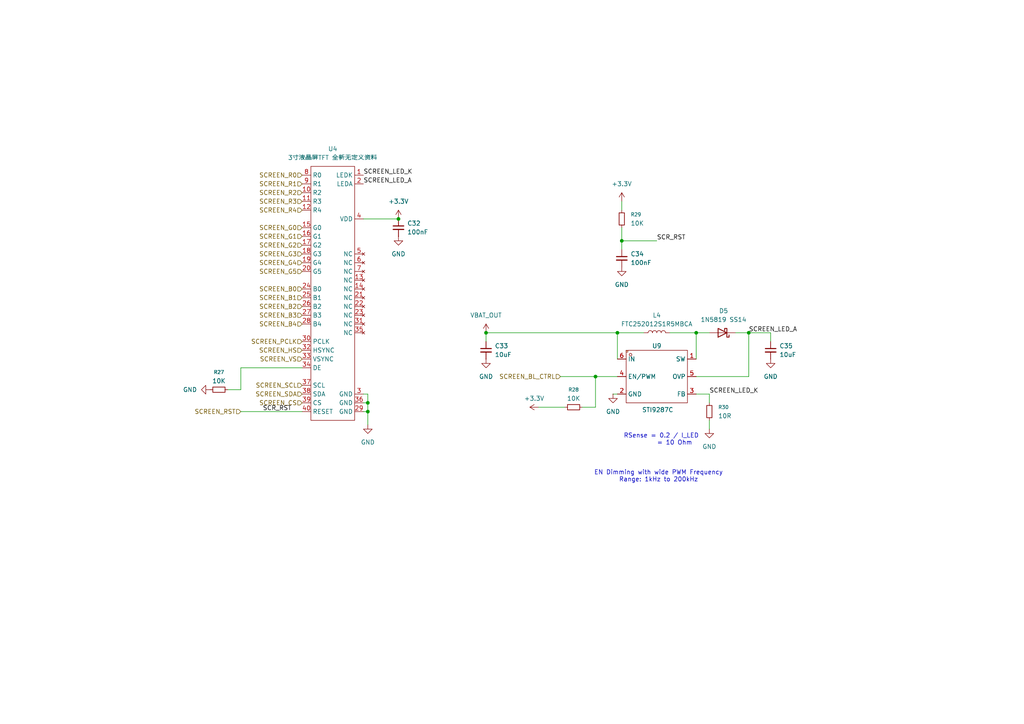
<source format=kicad_sch>
(kicad_sch (version 20250114) (generator "eeschema") (generator_version "9.0")
  (paper "A4")
  (title_block (title "明日方舟电子通行证") (date "2025-11-19") (rev "V0.2") (company "Shirogane Tsumugi"))
  (lib_symbols
    (symbol "Device:C_Small" (pin_numbers (hide yes)) (pin_names (offset 0.254) (hide yes))
      (property "Reference" "C" (at 0.254 1.778 0))
      (property "Value" "C_Small" (at 0.254 -2.032 0))
      (symbol "C_Small_0_1"
        (polyline (pts (xy -1.524 0.508) (xy 1.524 0.508)) (stroke (width 0.3048)))
        (polyline (pts (xy -1.524 -0.508) (xy 1.524 -0.508)) (stroke (width 0.3302)))
      )
      (symbol "C_Small_1_1"
        (pin passive line (at 0 2.54 270) (length 2.032) (name "~") (number "1"))
        (pin passive line (at 0 -2.54 90) (length 2.032) (name "~") (number "2"))
      )
    )
    (symbol "Device:L" (pin_numbers (hide yes)) (pin_names (offset 1.016) (hide yes))
      (property "Reference" "L" (at -1.27 0 90))
      (property "Value" "L" (at 1.905 0 90))
      (symbol "L_0_1"
        (arc (start 0 2.54) (mid 0.6323 1.905) (end 0 1.27))
        (arc (start 0 1.27) (mid 0.6323 0.635) (end 0 0))
        (arc (start 0 0) (mid 0.6323 -0.635) (end 0 -1.27))
        (arc (start 0 -1.27) (mid 0.6323 -1.905) (end 0 -2.54))
      )
      (symbol "L_1_1"
        (pin passive line (at 0 3.81 270) (length 1.27) (name "1") (number "1"))
        (pin passive line (at 0 -3.81 90) (length 1.27) (name "2") (number "2"))
      )
    )
    (symbol "Device:R_Small" (pin_numbers (hide yes)) (pin_names (offset 0.254) (hide yes))
      (property "Reference" "R" (at 0 0 90))
      (property "Value" "R_Small" (at 1.778 0 90))
      (symbol "R_Small_0_1"
        (rectangle (start -0.762 1.778) (end 0.762 -1.778) (stroke (width 0.2032)))
      )
      (symbol "R_Small_1_1"
        (pin passive line (at 0 2.54 270) (length 0.762) (name "~") (number "1"))
        (pin passive line (at 0 -2.54 90) (length 0.762) (name "~") (number "2"))
      )
    )
    (symbol "Diode:1N5819WS" (pin_numbers (hide yes)) (pin_names (offset 1.016) (hide yes))
      (property "Reference" "D" (at 0 2.54 0))
      (property "Value" "1N5819WS" (at 0 -2.54 0))
      (symbol "1N5819WS_0_1"
        (polyline (pts (xy -1.905 0.635) (xy -1.905 1.27) (xy -1.27 1.27) (xy -1.27 -1.27) (xy -0.635 -1.27) (xy -0.635 -0.635)) (stroke (width 0.254)))
        (polyline (pts (xy 1.27 1.27) (xy 1.27 -1.27) (xy -1.27 0) (xy 1.27 1.27)) (stroke (width 0.254)))
        (polyline (pts (xy 1.27 0) (xy -1.27 0)))
      )
      (symbol "1N5819WS_1_1"
        (pin passive line (at -3.81 0 0) (length 2.54) (name "K") (number "1"))
        (pin passive line (at 3.81 0 180) (length 2.54) (name "A") (number "2"))
      )
    )
    (symbol "EasyEDA:STI9287C"
      (property "Reference" "U" (at -8.382 10.16 0))
      (property "Value" "STI9287C" (at 0 -7.366 0))
      (symbol "STI9287C_0_1"
        (rectangle (start -8.89 8.89) (end -8.38 8.38) (fill (type background)))
        (rectangle (start -8.89 8.89) (end 8.89 -6.35))
        (circle (center -7.62 7.62) (radius 0.38))
        (pin unspecified line (at -11.43 6.35 0) (length 2.54) (name "IN") (number "6"))
        (pin unspecified line (at -11.43 1.27 0) (length 2.54) (name "EN/PWM") (number "4"))
        (pin unspecified line (at -11.43 -3.81 0) (length 2.54) (name "GND") (number "2"))
        (pin unspecified line (at 11.43 6.35 180) (length 2.54) (name "SW") (number "1"))
        (pin unspecified line (at 11.43 1.27 180) (length 2.54) (name "OVP") (number "5"))
        (pin unspecified line (at 11.43 -3.81 180) (length 2.54) (name "FB") (number "3"))
      )
    )
    (symbol "power:+3.3V" (power) (pin_numbers (hide yes)) (pin_names (offset 0) (hide yes))
      (property "Value" "+3.3V" (at 0 3.556 0))
      (symbol "+3.3V_0_1"
        (polyline (pts (xy -0.762 1.27) (xy 0 2.54)))
        (polyline (pts (xy 0 2.54) (xy 0.762 1.27)))
        (polyline (pts (xy 0 0) (xy 0 2.54)))
      )
      (symbol "+3.3V_1_1"
        (pin power_in line (at 0 0 90) (length 0) (name "~") (number "1"))
      )
    )
    (symbol "power:GND" (power) (pin_numbers (hide yes)) (pin_names (offset 0) (hide yes))
      (property "Value" "GND" (at 0 -3.81 0))
      (symbol "GND_0_1"
        (polyline (pts (xy 0 0) (xy 0 -1.27) (xy 1.27 -1.27) (xy 0 -2.54) (xy -1.27 -1.27) (xy 0 -1.27)))
      )
      (symbol "GND_1_1"
        (pin power_in line (at 0 0 270) (length 0) (name "~") (number "1"))
      )
    )
    (symbol "power:VBUS" (power) (pin_numbers (hide yes)) (pin_names (offset 0) (hide yes))
      (property "Value" "VBUS" (at 0 3.556 0))
      (symbol "VBUS_0_1"
        (polyline (pts (xy -0.762 1.27) (xy 0 2.54)))
        (polyline (pts (xy 0 2.54) (xy 0.762 1.27)))
        (polyline (pts (xy 0 0) (xy 0 2.54)))
      )
      (symbol "VBUS_1_1"
        (pin power_in line (at 0 0 90) (length 0) (name "~") (number "1"))
      )
    )
    (symbol "shirogane:IPS_3inch_ST7701s"
      (property "Reference" "U" (at -5.588 33.02 0))
      (property "Value" "3寸液晶屏TFT 全新无定义资料" (at 0.254 -44.45 0))
      (symbol "IPS_3inch_ST7701s_0_1"
        (rectangle (start -6.35 31.75) (end 6.35 -41.91))
      )
      (symbol "IPS_3inch_ST7701s_1_1"
        (pin input line (at -8.89 29.21 0) (length 2.54) (name "R0") (number "8"))
        (pin input line (at -8.89 26.67 0) (length 2.54) (name "R1") (number "9"))
        (pin input line (at -8.89 24.13 0) (length 2.54) (name "R2") (number "10"))
        (pin input line (at -8.89 21.59 0) (length 2.54) (name "R3") (number "11"))
        (pin input line (at -8.89 19.05 0) (length 2.54) (name "R4") (number "12"))
        (pin input line (at -8.89 13.97 0) (length 2.54) (name "G0") (number "15"))
        (pin input line (at -8.89 11.43 0) (length 2.54) (name "G1") (number "16"))
        (pin input line (at -8.89 8.89 0) (length 2.54) (name "G2") (number "17"))
        (pin input line (at -8.89 6.35 0) (length 2.54) (name "G3") (number "18"))
        (pin input line (at -8.89 3.81 0) (length 2.54) (name "G4") (number "19"))
        (pin input line (at -8.89 1.27 0) (length 2.54) (name "G5") (number "20"))
        (pin input line (at -8.89 -3.81 0) (length 2.54) (name "B0") (number "24"))
        (pin input line (at -8.89 -6.35 0) (length 2.54) (name "B1") (number "25"))
        (pin input line (at -8.89 -8.89 0) (length 2.54) (name "B2") (number "26"))
        (pin input line (at -8.89 -11.43 0) (length 2.54) (name "B3") (number "27"))
        (pin input line (at -8.89 -13.97 0) (length 2.54) (name "B4") (number "28"))
        (pin input line (at -8.89 -19.05 0) (length 2.54) (name "PCLK") (number "30"))
        (pin input line (at -8.89 -21.59 0) (length 2.54) (name "HSYNC") (number "32"))
        (pin input line (at -8.89 -24.13 0) (length 2.54) (name "VSYNC") (number "33"))
        (pin input line (at -8.89 -26.67 0) (length 2.54) (name "DE") (number "34"))
        (pin input line (at -8.89 -31.75 0) (length 2.54) (name "SCL") (number "37"))
        (pin input line (at -8.89 -34.29 0) (length 2.54) (name "SDA") (number "38"))
        (pin input line (at -8.89 -36.83 0) (length 2.54) (name "CS") (number "39"))
        (pin input line (at -8.89 -39.37 0) (length 2.54) (name "RESET") (number "40"))
        (pin input line (at 8.89 29.21 180) (length 2.54) (name "LEDK") (number "1"))
        (pin input line (at 8.89 26.67 180) (length 2.54) (name "LEDA") (number "2"))
        (pin power_in line (at 8.89 16.51 180) (length 2.54) (name "VDD") (number "4"))
        (pin no_connect line (at 8.89 6.35 180) (length 2.54) (name "NC") (number "5"))
        (pin no_connect line (at 8.89 3.81 180) (length 2.54) (name "NC") (number "6"))
        (pin no_connect line (at 8.89 1.27 180) (length 2.54) (name "NC") (number "7"))
        (pin no_connect line (at 8.89 -1.27 180) (length 2.54) (name "NC") (number "13"))
        (pin no_connect line (at 8.89 -3.81 180) (length 2.54) (name "NC") (number "14"))
        (pin no_connect line (at 8.89 -6.35 180) (length 2.54) (name "NC") (number "21"))
        (pin no_connect line (at 8.89 -8.89 180) (length 2.54) (name "NC") (number "22"))
        (pin no_connect line (at 8.89 -11.43 180) (length 2.54) (name "NC") (number "23"))
        (pin no_connect line (at 8.89 -13.97 180) (length 2.54) (name "NC") (number "31"))
        (pin no_connect line (at 8.89 -16.51 180) (length 2.54) (name "NC") (number "35"))
        (pin power_in line (at 8.89 -34.29 180) (length 2.54) (name "GND") (number "3"))
        (pin power_in line (at 8.89 -36.83 180) (length 2.54) (name "GND") (number "36"))
        (pin power_in line (at 8.89 -39.37 180) (length 2.54) (name "GND") (number "29"))
      )
    )
  )
  (text "RSense = 0.2 / I_LED \n       = 10 Ohm" (at 192.278 127.508 0) (effects (font (size 1.27 1.27))))
  (text "EN Dimming with wide PWM Frequency\nRange: 1kHz to 200kHz\n" (at 191.008 138.176 0) (effects (font (size 1.27 1.27))))
  (junction (at 201.93 96.52))
  (junction (at 106.68 116.84))
  (junction (at 140.97 96.52))
  (junction (at 172.72 109.22))
  (junction (at 179.07 96.52))
  (junction (at 180.34 69.85))
  (junction (at 217.17 96.52))
  (junction (at 106.68 119.38))
  (junction (at 115.57 63.5))
  (wire (pts (xy 106.68 119.38) (xy 106.68 123.19)))
  (wire (pts (xy 105.41 114.3) (xy 106.68 114.3)))
  (wire (pts (xy 105.41 119.38) (xy 106.68 119.38)))
  (wire (pts (xy 106.68 114.3) (xy 106.68 116.84)))
  (wire (pts (xy 168.91 118.11) (xy 172.72 118.11)))
  (wire (pts (xy 180.34 58.42) (xy 180.34 60.96)))
  (wire (pts (xy 217.17 96.52) (xy 223.52 96.52)))
  (wire (pts (xy 162.56 109.22) (xy 172.72 109.22)))
  (wire (pts (xy 179.07 104.14) (xy 179.07 96.52)))
  (wire (pts (xy 201.93 109.22) (xy 217.17 109.22)))
  (wire (pts (xy 201.93 96.52) (xy 201.93 104.14)))
  (wire (pts (xy 156.21 118.11) (xy 163.83 118.11)))
  (wire (pts (xy 105.41 116.84) (xy 106.68 116.84)))
  (wire (pts (xy 201.93 114.3) (xy 205.74 114.3)))
  (wire (pts (xy 69.85 106.68) (xy 87.63 106.68)))
  (wire (pts (xy 205.74 114.3) (xy 205.74 116.84)))
  (wire (pts (xy 172.72 109.22) (xy 179.07 109.22)))
  (wire (pts (xy 179.07 96.52) (xy 186.69 96.52)))
  (wire (pts (xy 194.31 96.52) (xy 201.93 96.52)))
  (wire (pts (xy 69.85 119.38) (xy 87.63 119.38)))
  (wire (pts (xy 180.34 66.04) (xy 180.34 69.85)))
  (wire (pts (xy 140.97 99.06) (xy 140.97 96.52)))
  (wire (pts (xy 205.74 124.46) (xy 205.74 121.92)))
  (wire (pts (xy 205.74 96.52) (xy 201.93 96.52)))
  (wire (pts (xy 179.07 114.3) (xy 177.8 114.3)))
  (wire (pts (xy 66.04 113.03) (xy 69.85 113.03)))
  (wire (pts (xy 172.72 118.11) (xy 172.72 109.22)))
  (wire (pts (xy 140.97 96.52) (xy 179.07 96.52)))
  (wire (pts (xy 105.41 63.5) (xy 115.57 63.5)))
  (wire (pts (xy 106.68 116.84) (xy 106.68 119.38)))
  (wire (pts (xy 69.85 113.03) (xy 69.85 106.68)))
  (wire (pts (xy 180.34 69.85) (xy 190.5 69.85)))
  (wire (pts (xy 213.36 96.52) (xy 217.17 96.52)))
  (wire (pts (xy 180.34 72.39) (xy 180.34 69.85)))
  (wire (pts (xy 223.52 99.06) (xy 223.52 96.52)))
  (wire (pts (xy 217.17 109.22) (xy 217.17 96.52)))
  (label "SCREEN_LED_A" (at 217.17 96.52 0))
  (label "SCREEN_LED_K" (at 105.41 50.8 0))
  (label "SCREEN_LED_K" (at 205.74 114.3 0))
  (label "SCR_RST" (at 190.5 69.85 0))
  (label "SCREEN_LED_A" (at 105.41 53.34 0))
  (label "SCR_RST" (at 76.2 119.38 0))
  (hierarchical_label "SCREEN_G4" (shape input) (at 87.63 76.2 180))
  (hierarchical_label "SCREEN_HS" (shape input) (at 87.63 101.6 180))
  (hierarchical_label "SCREEN_R2" (shape input) (at 87.63 55.88 180))
  (hierarchical_label "SCREEN_SCL" (shape input) (at 87.63 111.76 180))
  (hierarchical_label "SCREEN_G2" (shape input) (at 87.63 71.12 180))
  (hierarchical_label "SCREEN_R3" (shape input) (at 87.63 58.42 180))
  (hierarchical_label "SCREEN_G5" (shape input) (at 87.63 78.74 180))
  (hierarchical_label "SCREEN_B3" (shape input) (at 87.63 91.44 180))
  (hierarchical_label "SCREEN_G0" (shape input) (at 87.63 66.04 180))
  (hierarchical_label "SCREEN_B0" (shape input) (at 87.63 83.82 180))
  (hierarchical_label "SCREEN_BL_CTRL" (shape input) (at 162.56 109.22 180))
  (hierarchical_label "SCREEN_VS" (shape input) (at 87.63 104.14 180))
  (hierarchical_label "SCREEN_B1" (shape input) (at 87.63 86.36 180))
  (hierarchical_label "SCREEN_G3" (shape input) (at 87.63 73.66 180))
  (hierarchical_label "SCREEN_B2" (shape input) (at 87.63 88.9 180))
  (hierarchical_label "SCREEN_PCLK" (shape input) (at 87.63 99.06 180))
  (hierarchical_label "SCREEN_G1" (shape input) (at 87.63 68.58 180))
  (hierarchical_label "SCREEN_SDA" (shape input) (at 87.63 114.3 180))
  (hierarchical_label "SCREEN_R4" (shape input) (at 87.63 60.96 180))
  (hierarchical_label "SCREEN_R1" (shape input) (at 87.63 53.34 180))
  (hierarchical_label "SCREEN_R0" (shape input) (at 87.63 50.8 180))
  (hierarchical_label "SCREEN_CS" (shape input) (at 87.63 116.84 180))
  (hierarchical_label "SCREEN_RST" (shape input) (at 69.85 119.38 180))
  (hierarchical_label "SCREEN_B4" (shape input) (at 87.63 93.98 180))
  (symbol (lib_id "shirogane:IPS_3inch_ST7701s") (at 96.52 80.01 0) (unit 1)
    (property "Reference" "U4" (at 96.52 43.18 0))
    (property "Value" "3寸液晶屏TFT 全新无定义资料" (at 96.52 45.72 0))
    (property "Footprint" "Connector_FFC-FPC:Hirose_FH12-40S-0.5SH_1x40-1MP_P0.50mm_Horizontal" (effects (hide yes)))
    (property "Datasheet" "https://item.taobao.com/item.htm?id=830357743650&mi_id=0000NJCwj5rlUX08R_rzgilClRwCzvEQRMIBGfdxMhGLjTg&spm=tbpc.boughtlist.suborder_itemtitle.1.4d1d2e8dkcNg8T" (effects (hide yes)))
    (property "Description" "3寸液晶屏TFT 全新无定义资料" (effects (hide yes)))
  )
  (symbol (lib_id "power:+3.3V") (at 180.34 58.42 0) (unit 1)
    (property "Reference" "#PWR084" (effects (hide yes)))
    (property "Value" "+3.3V" (at 180.34 53.34 0))
    (property "Description" "Power symbol creates a global label with name \"+3.3V\"" (effects (hide yes)))
  )
  (symbol (lib_id "Device:C_Small") (at 223.52 101.6 0) (unit 1)
    (property "Reference" "C35" (at 226.06 100.3362 0) (effects (justify left)))
    (property "Value" "10uF" (at 226.06 102.8762 0) (effects (justify left)))
    (property "Footprint" "Capacitor_SMD:C_0603_1608Metric" (effects (hide yes)))
    (property "Description" "Unpolarized capacitor, small symbol" (effects (hide yes)))
  )
  (symbol (lib_id "Device:C_Small") (at 115.57 66.04 0) (unit 1)
    (property "Reference" "C32" (at 118.11 64.7762 0) (effects (justify left)))
    (property "Value" "100nF" (at 118.11 67.3162 0) (effects (justify left)))
    (property "Footprint" "Capacitor_SMD:C_0603_1608Metric" (effects (hide yes)))
    (property "Description" "Unpolarized capacitor, small symbol" (effects (hide yes)))
  )
  (symbol (lib_id "power:VBUS") (at 140.97 96.52 0) (unit 1)
    (property "Reference" "#PWR0137" (effects (hide yes)))
    (property "Value" "VBAT_OUT" (at 140.97 91.44 0))
    (property "Description" "Power symbol creates a global label with name \"VBUS\"" (effects (hide yes)))
  )
  (symbol (lib_id "power:GND") (at 205.74 124.46 0) (unit 1)
    (property "Reference" "#PWR086" (effects (hide yes)))
    (property "Value" "GND" (at 205.74 129.54 0))
    (property "Description" "Power symbol creates a global label with name \"GND\" , ground" (effects (hide yes)))
  )
  (symbol (lib_id "power:GND") (at 106.68 123.19 0) (unit 1)
    (property "Reference" "#PWR078" (effects (hide yes)))
    (property "Value" "GND" (at 106.68 128.27 0))
    (property "Description" "Power symbol creates a global label with name \"GND\" , ground" (effects (hide yes)))
  )
  (symbol (lib_id "Diode:1N5819WS") (at 209.55 96.52 180) (unit 1)
    (property "Reference" "D5" (at 209.8675 90.17 0))
    (property "Value" "1N5819 SS14" (at 209.8675 92.71 0))
    (property "Footprint" "Diode_SMD:D_SOD-323" (effects (hide yes)))
    (property "Datasheet" "https://datasheet.lcsc.com/lcsc/2204281430_Guangdong-Hottech-1N5819WS_C191023.pdf" (effects (hide yes)))
    (property "Description" "40V 600mV@1A 1A SOD-323 Schottky Barrier Diodes, SOD-323" (effects (hide yes)))
  )
  (symbol (lib_id "Device:R_Small") (at 205.74 119.38 180) (unit 1)
    (property "Reference" "R30" (at 208.28 118.1099 0) (effects (font (size 1.016 1.016)) (justify right)))
    (property "Value" "10R" (at 208.28 120.6499 0) (effects (justify right)))
    (property "Footprint" "Resistor_SMD:R_0603_1608Metric" (effects (hide yes)))
    (property "Description" "Resistor, small symbol" (effects (hide yes)))
  )
  (symbol (lib_id "power:GND") (at 115.57 68.58 0) (unit 1)
    (property "Reference" "#PWR080" (effects (hide yes)))
    (property "Value" "GND" (at 115.57 73.66 0))
    (property "Description" "Power symbol creates a global label with name \"GND\" , ground" (effects (hide yes)))
  )
  (symbol (lib_id "Device:R_Small") (at 180.34 63.5 180) (unit 1)
    (property "Reference" "R29" (at 182.88 62.2299 0) (effects (font (size 1.016 1.016)) (justify right)))
    (property "Value" "10K" (at 182.88 64.7699 0) (effects (justify right)))
    (property "Footprint" "Resistor_SMD:R_0603_1608Metric" (effects (hide yes)))
    (property "Description" "Resistor, small symbol" (effects (hide yes)))
  )
  (symbol (lib_id "Device:R_Small") (at 166.37 118.11 270) (unit 1)
    (property "Reference" "R28" (at 166.37 113.03 90) (effects (font (size 1.016 1.016))))
    (property "Value" "10K" (at 166.37 115.57 90))
    (property "Footprint" "Resistor_SMD:R_0603_1608Metric" (effects (hide yes)))
    (property "Description" "Resistor, small symbol" (effects (hide yes)))
  )
  (symbol (lib_id "power:GND") (at 140.97 104.14 0) (unit 1)
    (property "Reference" "#PWR081" (effects (hide yes)))
    (property "Value" "GND" (at 140.97 109.22 0))
    (property "Description" "Power symbol creates a global label with name \"GND\" , ground" (effects (hide yes)))
  )
  (symbol (lib_id "EasyEDA:STI9287C") (at 190.5 110.49 0) (unit 1)
    (property "Reference" "U9" (at 190.5 100.33 0))
    (property "Value" "STI9287C" (at 190.754 118.872 0))
    (property "Footprint" "EasyEDA:SOT-23-6_L2.9-W1.6-P0.95-LS2.8-BL" (effects (hide yes)))
    (property "LCSC Part" "C2985059" (effects (hide yes)))
  )
  (symbol (lib_id "power:GND") (at 177.8 114.3 0) (unit 1)
    (property "Reference" "#PWR083" (effects (hide yes)))
    (property "Value" "GND" (at 177.8 119.38 0))
    (property "Description" "Power symbol creates a global label with name \"GND\" , ground" (effects (hide yes)))
  )
  (symbol (lib_id "Device:R_Small") (at 63.5 113.03 270) (unit 1)
    (property "Reference" "R27" (at 63.5 107.95 90) (effects (font (size 1.016 1.016))))
    (property "Value" "10K" (at 63.5 110.49 90))
    (property "Footprint" "Resistor_SMD:R_0603_1608Metric" (effects (hide yes)))
    (property "Description" "Resistor, small symbol" (effects (hide yes)))
  )
  (symbol (lib_id "Device:L") (at 190.5 96.52 90) (unit 1)
    (property "Reference" "L4" (at 190.5 91.44 90))
    (property "Value" "FTC252012S1R5MBCA" (at 190.5 93.98 90))
    (property "Footprint" "EasyEDA:IND-SMD_L2.5-W2.0-VLS252012CX-150M" (effects (hide yes)))
    (property "Description" "Inductor" (effects (hide yes)))
  )
  (symbol (lib_id "power:GND") (at 180.34 77.47 0) (unit 1)
    (property "Reference" "#PWR085" (effects (hide yes)))
    (property "Value" "GND" (at 180.34 82.55 0))
    (property "Description" "Power symbol creates a global label with name \"GND\" , ground" (effects (hide yes)))
  )
  (symbol (lib_id "power:GND") (at 223.52 104.14 0) (unit 1)
    (property "Reference" "#PWR087" (effects (hide yes)))
    (property "Value" "GND" (at 223.52 109.22 0))
    (property "Description" "Power symbol creates a global label with name \"GND\" , ground" (effects (hide yes)))
  )
  (symbol (lib_id "Device:C_Small") (at 140.97 101.6 0) (unit 1)
    (property "Reference" "C33" (at 143.51 100.3362 0) (effects (justify left)))
    (property "Value" "10uF" (at 143.51 102.8762 0) (effects (justify left)))
    (property "Footprint" "Capacitor_SMD:C_0603_1608Metric" (effects (hide yes)))
    (property "Description" "Unpolarized capacitor, small symbol" (effects (hide yes)))
  )
  (symbol (lib_id "Device:C_Small") (at 180.34 74.93 0) (unit 1)
    (property "Reference" "C34" (at 182.88 73.6662 0) (effects (justify left)))
    (property "Value" "100nF" (at 182.88 76.2062 0) (effects (justify left)))
    (property "Footprint" "Capacitor_SMD:C_0603_1608Metric" (effects (hide yes)))
    (property "Description" "Unpolarized capacitor, small symbol" (effects (hide yes)))
  )
  (symbol (lib_id "power:GND") (at 60.96 113.03 270) (unit 1)
    (property "Reference" "#PWR077" (effects (hide yes)))
    (property "Value" "GND" (at 57.15 113.0299 90) (effects (justify right)))
    (property "Description" "Power symbol creates a global label with name \"GND\" , ground" (effects (hide yes)))
  )
  (symbol (lib_id "power:+3.3V") (at 115.57 63.5 0) (unit 1)
    (property "Reference" "#PWR079" (effects (hide yes)))
    (property "Value" "+3.3V" (at 115.57 58.42 0))
    (property "Description" "Power symbol creates a global label with name \"+3.3V\"" (effects (hide yes)))
  )
  (symbol (lib_id "power:+3.3V") (at 156.21 118.11 90) (unit 1)
    (property "Reference" "#PWR082" (effects (hide yes)))
    (property "Value" "+3.3V" (at 154.94 115.57 90))
    (property "Description" "Power symbol creates a global label with name \"+3.3V\"" (effects (hide yes)))
  )
)
</source>
